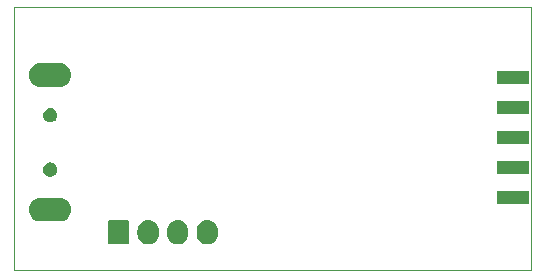
<source format=gbr>
G04 #@! TF.GenerationSoftware,KiCad,Pcbnew,(5.1.4)-1*
G04 #@! TF.CreationDate,2020-07-21T12:04:11+10:00*
G04 #@! TF.ProjectId,STLink2,53544c69-6e6b-4322-9e6b-696361645f70,rev?*
G04 #@! TF.SameCoordinates,Original*
G04 #@! TF.FileFunction,Soldermask,Bot*
G04 #@! TF.FilePolarity,Negative*
%FSLAX46Y46*%
G04 Gerber Fmt 4.6, Leading zero omitted, Abs format (unit mm)*
G04 Created by KiCad (PCBNEW (5.1.4)-1) date 2020-07-21 12:04:11*
%MOMM*%
%LPD*%
G04 APERTURE LIST*
%ADD10C,0.100000*%
G04 #@! TA.AperFunction,NonConductor*
%ADD11C,0.150000*%
G04 #@! TD*
G04 APERTURE END LIST*
D10*
X43180000Y-41910000D02*
X43180000Y-42545000D01*
X43180000Y-46990000D02*
X43180000Y-41910000D01*
X86995000Y-46990000D02*
X43180000Y-46990000D01*
X86995000Y-24765000D02*
X86995000Y-46990000D01*
X43180000Y-24765000D02*
X86995000Y-24765000D01*
X43180000Y-42545000D02*
X43180000Y-24765000D01*
D11*
G36*
X57246626Y-42802037D02*
G01*
X57416465Y-42853557D01*
X57416467Y-42853558D01*
X57572989Y-42937221D01*
X57710186Y-43049814D01*
X57793448Y-43151271D01*
X57822778Y-43187009D01*
X57906443Y-43343534D01*
X57957963Y-43513373D01*
X57971000Y-43645742D01*
X57971000Y-43984257D01*
X57957963Y-44116626D01*
X57906443Y-44286466D01*
X57822778Y-44442991D01*
X57793448Y-44478729D01*
X57710186Y-44580186D01*
X57615250Y-44658097D01*
X57572991Y-44692778D01*
X57416466Y-44776443D01*
X57246627Y-44827963D01*
X57070000Y-44845359D01*
X56893374Y-44827963D01*
X56723535Y-44776443D01*
X56567010Y-44692778D01*
X56429815Y-44580185D01*
X56317222Y-44442991D01*
X56233557Y-44286466D01*
X56182037Y-44116627D01*
X56169000Y-43984258D01*
X56169000Y-43645743D01*
X56182037Y-43513374D01*
X56233557Y-43343535D01*
X56317222Y-43187010D01*
X56317223Y-43187009D01*
X56429814Y-43049814D01*
X56531271Y-42966552D01*
X56567009Y-42937222D01*
X56723534Y-42853557D01*
X56893373Y-42802037D01*
X57070000Y-42784641D01*
X57246626Y-42802037D01*
X57246626Y-42802037D01*
G37*
G36*
X59746626Y-42802037D02*
G01*
X59916465Y-42853557D01*
X59916467Y-42853558D01*
X60072989Y-42937221D01*
X60210186Y-43049814D01*
X60293448Y-43151271D01*
X60322778Y-43187009D01*
X60406443Y-43343534D01*
X60457963Y-43513373D01*
X60471000Y-43645742D01*
X60471000Y-43984257D01*
X60457963Y-44116626D01*
X60406443Y-44286466D01*
X60322778Y-44442991D01*
X60293448Y-44478729D01*
X60210186Y-44580186D01*
X60115250Y-44658097D01*
X60072991Y-44692778D01*
X59916466Y-44776443D01*
X59746627Y-44827963D01*
X59570000Y-44845359D01*
X59393374Y-44827963D01*
X59223535Y-44776443D01*
X59067010Y-44692778D01*
X58929815Y-44580185D01*
X58817222Y-44442991D01*
X58733557Y-44286466D01*
X58682037Y-44116627D01*
X58669000Y-43984258D01*
X58669000Y-43645743D01*
X58682037Y-43513374D01*
X58733557Y-43343535D01*
X58817222Y-43187010D01*
X58817223Y-43187009D01*
X58929814Y-43049814D01*
X59031271Y-42966552D01*
X59067009Y-42937222D01*
X59223534Y-42853557D01*
X59393373Y-42802037D01*
X59570000Y-42784641D01*
X59746626Y-42802037D01*
X59746626Y-42802037D01*
G37*
G36*
X54746626Y-42802037D02*
G01*
X54916465Y-42853557D01*
X54916467Y-42853558D01*
X55072989Y-42937221D01*
X55210186Y-43049814D01*
X55293448Y-43151271D01*
X55322778Y-43187009D01*
X55406443Y-43343534D01*
X55457963Y-43513373D01*
X55471000Y-43645742D01*
X55471000Y-43984257D01*
X55457963Y-44116626D01*
X55406443Y-44286466D01*
X55322778Y-44442991D01*
X55293448Y-44478729D01*
X55210186Y-44580186D01*
X55115250Y-44658097D01*
X55072991Y-44692778D01*
X54916466Y-44776443D01*
X54746627Y-44827963D01*
X54570000Y-44845359D01*
X54393374Y-44827963D01*
X54223535Y-44776443D01*
X54067010Y-44692778D01*
X53929815Y-44580185D01*
X53817222Y-44442991D01*
X53733557Y-44286466D01*
X53682037Y-44116627D01*
X53669000Y-43984258D01*
X53669000Y-43645743D01*
X53682037Y-43513374D01*
X53733557Y-43343535D01*
X53817222Y-43187010D01*
X53817223Y-43187009D01*
X53929814Y-43049814D01*
X54031271Y-42966552D01*
X54067009Y-42937222D01*
X54223534Y-42853557D01*
X54393373Y-42802037D01*
X54570000Y-42784641D01*
X54746626Y-42802037D01*
X54746626Y-42802037D01*
G37*
G36*
X52828600Y-42792989D02*
G01*
X52861652Y-42803015D01*
X52892103Y-42819292D01*
X52918799Y-42841201D01*
X52940708Y-42867897D01*
X52956985Y-42898348D01*
X52967011Y-42931400D01*
X52971000Y-42971903D01*
X52971000Y-44658097D01*
X52967011Y-44698600D01*
X52956985Y-44731652D01*
X52940708Y-44762103D01*
X52918799Y-44788799D01*
X52892103Y-44810708D01*
X52861652Y-44826985D01*
X52828600Y-44837011D01*
X52788097Y-44841000D01*
X51351903Y-44841000D01*
X51311400Y-44837011D01*
X51278348Y-44826985D01*
X51247897Y-44810708D01*
X51221201Y-44788799D01*
X51199292Y-44762103D01*
X51183015Y-44731652D01*
X51172989Y-44698600D01*
X51169000Y-44658097D01*
X51169000Y-42971903D01*
X51172989Y-42931400D01*
X51183015Y-42898348D01*
X51199292Y-42867897D01*
X51221201Y-42841201D01*
X51247897Y-42819292D01*
X51278348Y-42803015D01*
X51311400Y-42792989D01*
X51351903Y-42789000D01*
X52788097Y-42789000D01*
X52828600Y-42792989D01*
X52828600Y-42792989D01*
G37*
G36*
X47266228Y-40908483D02*
G01*
X47454922Y-40965723D01*
X47628815Y-41058671D01*
X47781239Y-41183761D01*
X47906329Y-41336185D01*
X47999277Y-41510078D01*
X48056517Y-41698772D01*
X48075843Y-41895000D01*
X48056517Y-42091228D01*
X47999277Y-42279922D01*
X47906329Y-42453815D01*
X47781239Y-42606239D01*
X47628815Y-42731329D01*
X47454922Y-42824277D01*
X47266228Y-42881517D01*
X47119175Y-42896000D01*
X45420825Y-42896000D01*
X45273772Y-42881517D01*
X45085078Y-42824277D01*
X44911185Y-42731329D01*
X44758761Y-42606239D01*
X44633671Y-42453815D01*
X44540723Y-42279922D01*
X44483483Y-42091228D01*
X44464157Y-41895000D01*
X44483483Y-41698772D01*
X44540723Y-41510078D01*
X44633671Y-41336185D01*
X44758761Y-41183761D01*
X44911185Y-41058671D01*
X45085078Y-40965723D01*
X45273772Y-40908483D01*
X45420825Y-40894000D01*
X47119175Y-40894000D01*
X47266228Y-40908483D01*
X47266228Y-40908483D01*
G37*
G36*
X86792000Y-41445000D02*
G01*
X84150000Y-41445000D01*
X84150000Y-40343000D01*
X86792000Y-40343000D01*
X86792000Y-41445000D01*
X86792000Y-41445000D01*
G37*
G36*
X46406601Y-37909397D02*
G01*
X46445305Y-37917096D01*
X46477340Y-37930365D01*
X46554680Y-37962400D01*
X46653115Y-38028173D01*
X46736827Y-38111885D01*
X46802600Y-38210320D01*
X46847904Y-38319696D01*
X46871000Y-38435805D01*
X46871000Y-38554195D01*
X46847904Y-38670304D01*
X46802600Y-38779680D01*
X46736827Y-38878115D01*
X46653115Y-38961827D01*
X46554680Y-39027600D01*
X46477340Y-39059635D01*
X46445305Y-39072904D01*
X46406601Y-39080603D01*
X46329195Y-39096000D01*
X46210805Y-39096000D01*
X46133399Y-39080603D01*
X46094695Y-39072904D01*
X46062660Y-39059635D01*
X45985320Y-39027600D01*
X45886885Y-38961827D01*
X45803173Y-38878115D01*
X45737400Y-38779680D01*
X45692096Y-38670304D01*
X45669000Y-38554195D01*
X45669000Y-38435805D01*
X45692096Y-38319696D01*
X45737400Y-38210320D01*
X45803173Y-38111885D01*
X45886885Y-38028173D01*
X45985320Y-37962400D01*
X46062660Y-37930365D01*
X46094695Y-37917096D01*
X46133399Y-37909397D01*
X46210805Y-37894000D01*
X46329195Y-37894000D01*
X46406601Y-37909397D01*
X46406601Y-37909397D01*
G37*
G36*
X86792000Y-38905000D02*
G01*
X84150000Y-38905000D01*
X84150000Y-37803000D01*
X86792000Y-37803000D01*
X86792000Y-38905000D01*
X86792000Y-38905000D01*
G37*
G36*
X86792000Y-36365000D02*
G01*
X84150000Y-36365000D01*
X84150000Y-35263000D01*
X86792000Y-35263000D01*
X86792000Y-36365000D01*
X86792000Y-36365000D01*
G37*
G36*
X46406601Y-33309397D02*
G01*
X46445305Y-33317096D01*
X46477340Y-33330365D01*
X46554680Y-33362400D01*
X46653115Y-33428173D01*
X46736827Y-33511885D01*
X46802600Y-33610320D01*
X46847904Y-33719696D01*
X46871000Y-33835805D01*
X46871000Y-33954195D01*
X46847904Y-34070304D01*
X46802600Y-34179680D01*
X46736827Y-34278115D01*
X46653115Y-34361827D01*
X46554680Y-34427600D01*
X46477340Y-34459635D01*
X46445305Y-34472904D01*
X46406601Y-34480603D01*
X46329195Y-34496000D01*
X46210805Y-34496000D01*
X46133399Y-34480603D01*
X46094695Y-34472904D01*
X46062660Y-34459635D01*
X45985320Y-34427600D01*
X45886885Y-34361827D01*
X45803173Y-34278115D01*
X45737400Y-34179680D01*
X45692096Y-34070304D01*
X45669000Y-33954195D01*
X45669000Y-33835805D01*
X45692096Y-33719696D01*
X45737400Y-33610320D01*
X45803173Y-33511885D01*
X45886885Y-33428173D01*
X45985320Y-33362400D01*
X46062660Y-33330365D01*
X46094695Y-33317096D01*
X46133399Y-33309397D01*
X46210805Y-33294000D01*
X46329195Y-33294000D01*
X46406601Y-33309397D01*
X46406601Y-33309397D01*
G37*
G36*
X86792000Y-33825000D02*
G01*
X84150000Y-33825000D01*
X84150000Y-32723000D01*
X86792000Y-32723000D01*
X86792000Y-33825000D01*
X86792000Y-33825000D01*
G37*
G36*
X47266228Y-29508483D02*
G01*
X47454922Y-29565723D01*
X47628815Y-29658671D01*
X47781239Y-29783761D01*
X47906329Y-29936185D01*
X47999277Y-30110078D01*
X48056517Y-30298772D01*
X48075843Y-30495000D01*
X48056517Y-30691228D01*
X47999277Y-30879922D01*
X47906329Y-31053815D01*
X47781239Y-31206239D01*
X47628815Y-31331329D01*
X47454922Y-31424277D01*
X47266228Y-31481517D01*
X47119175Y-31496000D01*
X45420825Y-31496000D01*
X45273772Y-31481517D01*
X45085078Y-31424277D01*
X44911185Y-31331329D01*
X44758761Y-31206239D01*
X44633671Y-31053815D01*
X44540723Y-30879922D01*
X44483483Y-30691228D01*
X44464157Y-30495000D01*
X44483483Y-30298772D01*
X44540723Y-30110078D01*
X44633671Y-29936185D01*
X44758761Y-29783761D01*
X44911185Y-29658671D01*
X45085078Y-29565723D01*
X45273772Y-29508483D01*
X45420825Y-29494000D01*
X47119175Y-29494000D01*
X47266228Y-29508483D01*
X47266228Y-29508483D01*
G37*
G36*
X86792000Y-31285000D02*
G01*
X84150000Y-31285000D01*
X84150000Y-30183000D01*
X86792000Y-30183000D01*
X86792000Y-31285000D01*
X86792000Y-31285000D01*
G37*
M02*

</source>
